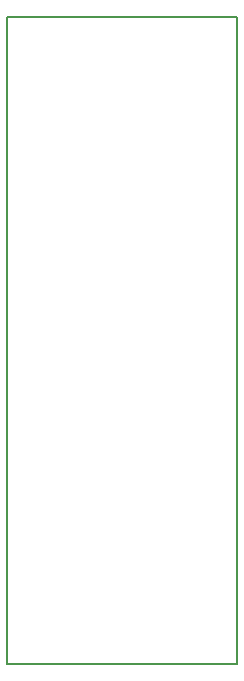
<source format=gm1>
G04 MADE WITH FRITZING*
G04 WWW.FRITZING.ORG*
G04 DOUBLE SIDED*
G04 HOLES PLATED*
G04 CONTOUR ON CENTER OF CONTOUR VECTOR*
%ASAXBY*%
%FSLAX23Y23*%
%MOIN*%
%OFA0B0*%
%SFA1.0B1.0*%
%ADD10R,0.775433X2.163190*%
%ADD11C,0.008000*%
%ADD10C,0.008*%
%LNCONTOUR*%
G90*
G70*
G54D10*
G54D11*
X4Y2159D02*
X771Y2159D01*
X771Y4D01*
X4Y4D01*
X4Y2159D01*
D02*
G04 End of contour*
M02*
</source>
